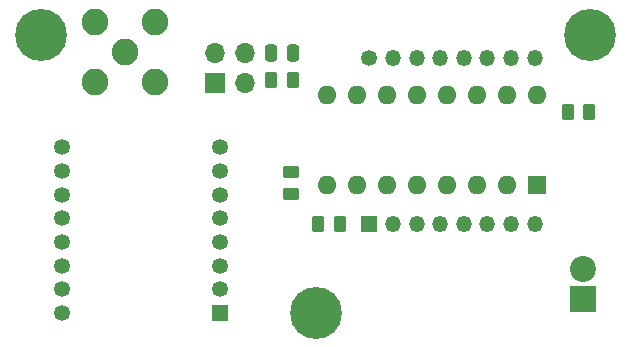
<source format=gbs>
G04 #@! TF.GenerationSoftware,KiCad,Pcbnew,(6.0.2)*
G04 #@! TF.CreationDate,2022-09-28T01:28:21+02:00*
G04 #@! TF.ProjectId,Washing-Machine-Sensor,57617368-696e-4672-9d4d-616368696e65,rev?*
G04 #@! TF.SameCoordinates,Original*
G04 #@! TF.FileFunction,Soldermask,Bot*
G04 #@! TF.FilePolarity,Negative*
%FSLAX46Y46*%
G04 Gerber Fmt 4.6, Leading zero omitted, Abs format (unit mm)*
G04 Created by KiCad (PCBNEW (6.0.2)) date 2022-09-28 01:28:21*
%MOMM*%
%LPD*%
G01*
G04 APERTURE LIST*
G04 Aperture macros list*
%AMRoundRect*
0 Rectangle with rounded corners*
0 $1 Rounding radius*
0 $2 $3 $4 $5 $6 $7 $8 $9 X,Y pos of 4 corners*
0 Add a 4 corners polygon primitive as box body*
4,1,4,$2,$3,$4,$5,$6,$7,$8,$9,$2,$3,0*
0 Add four circle primitives for the rounded corners*
1,1,$1+$1,$2,$3*
1,1,$1+$1,$4,$5*
1,1,$1+$1,$6,$7*
1,1,$1+$1,$8,$9*
0 Add four rect primitives between the rounded corners*
20,1,$1+$1,$2,$3,$4,$5,0*
20,1,$1+$1,$4,$5,$6,$7,0*
20,1,$1+$1,$6,$7,$8,$9,0*
20,1,$1+$1,$8,$9,$2,$3,0*%
G04 Aperture macros list end*
%ADD10R,1.350000X1.350000*%
%ADD11O,1.350000X1.350000*%
%ADD12C,1.350000*%
%ADD13R,2.200000X2.200000*%
%ADD14C,2.200000*%
%ADD15C,0.700000*%
%ADD16C,4.400000*%
%ADD17C,2.250000*%
%ADD18R,1.700000X1.700000*%
%ADD19O,1.700000X1.700000*%
%ADD20RoundRect,0.250000X-0.262500X-0.450000X0.262500X-0.450000X0.262500X0.450000X-0.262500X0.450000X0*%
%ADD21RoundRect,0.250000X0.250000X0.475000X-0.250000X0.475000X-0.250000X-0.475000X0.250000X-0.475000X0*%
%ADD22R,1.600000X1.600000*%
%ADD23O,1.600000X1.600000*%
%ADD24RoundRect,0.250000X0.262500X0.450000X-0.262500X0.450000X-0.262500X-0.450000X0.262500X-0.450000X0*%
%ADD25RoundRect,0.250000X-0.450000X0.262500X-0.450000X-0.262500X0.450000X-0.262500X0.450000X0.262500X0*%
G04 APERTURE END LIST*
D10*
X182200000Y-108750000D03*
D11*
X184200000Y-108750000D03*
X186200000Y-108750000D03*
X188200000Y-108750000D03*
X190200000Y-108750000D03*
X192200000Y-108750000D03*
X194200000Y-108750000D03*
X196200000Y-108750000D03*
X196200000Y-94750000D03*
X194200000Y-94750000D03*
X192200000Y-94750000D03*
X190200000Y-94750000D03*
X188200000Y-94750000D03*
X186200000Y-94750000D03*
X184200000Y-94750000D03*
D12*
X182200000Y-94750000D03*
D13*
X200300000Y-115170000D03*
D14*
X200300000Y-112630000D03*
D15*
X156050000Y-92800000D03*
X153233274Y-91633274D03*
D16*
X154400000Y-92800000D03*
D15*
X152750000Y-92800000D03*
X155566726Y-91633274D03*
X154400000Y-94450000D03*
X155566726Y-93966726D03*
X153233274Y-93966726D03*
X154400000Y-91150000D03*
X177700000Y-114650000D03*
X176050000Y-116300000D03*
X178866726Y-117466726D03*
X176533274Y-117466726D03*
X176533274Y-115133274D03*
X177700000Y-117950000D03*
D16*
X177700000Y-116300000D03*
D15*
X179350000Y-116300000D03*
X178866726Y-115133274D03*
D10*
X169582500Y-116300000D03*
D12*
X169582500Y-114300000D03*
X169582500Y-112300000D03*
X169582500Y-110300000D03*
X169582500Y-108300000D03*
X169582500Y-106300000D03*
X169582500Y-104300000D03*
X169582500Y-102300000D03*
X156182500Y-102300000D03*
X156182500Y-104300000D03*
X156182500Y-106300000D03*
X156182500Y-108300000D03*
X156182500Y-110300000D03*
X156182500Y-112300000D03*
X156182500Y-114300000D03*
X156182500Y-116300000D03*
D17*
X161500000Y-94200000D03*
X164040000Y-91660000D03*
X158960000Y-96740000D03*
X164040000Y-96740000D03*
X158960000Y-91660000D03*
D16*
X200900000Y-92800000D03*
D15*
X200900000Y-94450000D03*
X199733274Y-91633274D03*
X202066726Y-93966726D03*
X200900000Y-91150000D03*
X202066726Y-91633274D03*
X199733274Y-93966726D03*
X199250000Y-92800000D03*
X202550000Y-92800000D03*
D18*
X169125000Y-96850000D03*
D19*
X169125000Y-94310000D03*
X171665000Y-96850000D03*
X171665000Y-94310000D03*
D20*
X198987500Y-99300000D03*
X200812500Y-99300000D03*
D21*
X175750000Y-94300000D03*
X173850000Y-94300000D03*
D22*
X196400000Y-105500000D03*
D23*
X193860000Y-105500000D03*
X191320000Y-105500000D03*
X188780000Y-105500000D03*
X186240000Y-105500000D03*
X183700000Y-105500000D03*
X181160000Y-105500000D03*
X178620000Y-105500000D03*
X178620000Y-97880000D03*
X181160000Y-97880000D03*
X183700000Y-97880000D03*
X186240000Y-97880000D03*
X188780000Y-97880000D03*
X191320000Y-97880000D03*
X193860000Y-97880000D03*
X196400000Y-97880000D03*
D24*
X179712500Y-108800000D03*
X177887500Y-108800000D03*
D25*
X175600000Y-104400000D03*
X175600000Y-106225000D03*
D20*
X173887500Y-96600000D03*
X175712500Y-96600000D03*
M02*

</source>
